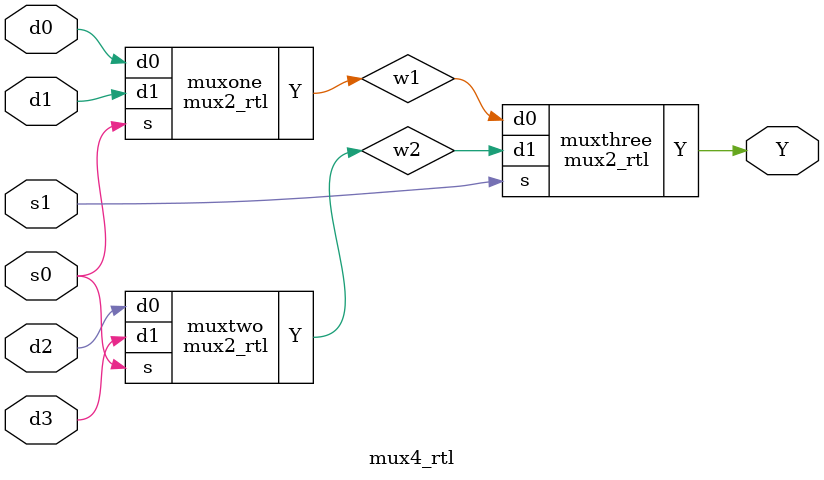
<source format=v>


module mux2_rtl(d1,d0,s,Y);
input d1,d0 ;
input  s;
output reg Y;

always @(*)

  begin 
   case (s)
   1'b0 :Y=d0;
   1'b1 :Y=d1;

   endcase 
   end



endmodule 

module mux4_rtl(s1,s0,d3,d2,d1,d0,Y);
input   s0,s1 ;
input  d3,d2,d1,d0;
output  Y;

wire w1,w2;
 
mux2_rtl muxone(
.d0(d0),
.d1(d1),
.s(s0),
.Y(w1)
 );
mux2_rtl muxtwo(
.d0(d2),
.d1(d3),
.s(s0),
.Y(w2)
 )  ;
mux2_rtl muxthree(
.d0(w1), 
 .d1(w2)  ,
 .s(s1), 
 .Y(Y)
 ) ; 


endmodule 


/*module mux4_rtl(d,s,Y);
input [1:0]s ;
input  [3:0]d;
output reg Y;

always @(*)
begin 
case (s)
2'b00 :Y=d[0];
2'b01 :Y=d[1];
2'b10 :Y=d[2];
2'b11 :Y=d[3];
endcase 
end
endmodule  */


/*module mux4_rtl(d,s,Y);
input [1:0]s ;
input  [3:0]d;
output reg Y;

wire w1,w2;
 
mux2_rtl muxone((.d[0](d[0]),.d[1](d[1]),.s(s[1]),.Y(w1) );
mux2_rtl muxtwo((.d[0](d[2]),.d[1](d[2]),.s(s[1]),.Y(w2) )  ;
mux2_rtl muxthree((.d[0](w1),  .d[1](w2)  ,  .s(s[0]),  .Y(Y)) ; 


endmodule*/  
</source>
